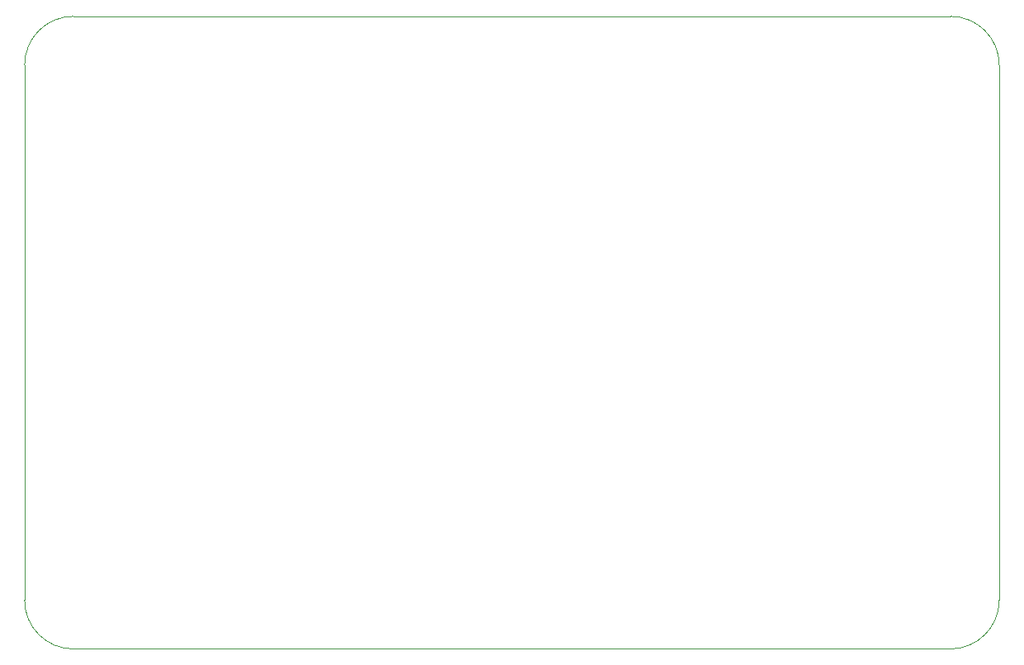
<source format=gm1>
G04 #@! TF.GenerationSoftware,KiCad,Pcbnew,5.1.2-5.1.2*
G04 #@! TF.CreationDate,2019-06-30T11:24:38+01:00*
G04 #@! TF.ProjectId,music4xxx,6d757369-6334-4787-9878-2e6b69636164,rev?*
G04 #@! TF.SameCoordinates,Original*
G04 #@! TF.FileFunction,Profile,NP*
%FSLAX46Y46*%
G04 Gerber Fmt 4.6, Leading zero omitted, Abs format (unit mm)*
G04 Created by KiCad (PCBNEW 5.1.2-5.1.2) date 2019-06-30 11:24:38*
%MOMM*%
%LPD*%
G04 APERTURE LIST*
%ADD10C,0.050000*%
G04 APERTURE END LIST*
D10*
X100000000Y-60000000D02*
G75*
G02X95000000Y-65000000I-5000000J0D01*
G01*
X5000000Y-65000000D02*
G75*
G02X0Y-60000000I0J5000000D01*
G01*
X0Y-5000000D02*
G75*
G02X5000000Y0I5000000J0D01*
G01*
X95000000Y0D02*
G75*
G02X100000000Y-5000000I0J-5000000D01*
G01*
X100000000Y-5000000D02*
X100000000Y-60000000D01*
X5000000Y-65000000D02*
X95000000Y-65000000D01*
X0Y-5000000D02*
X0Y-60000000D01*
X5000000Y0D02*
X95000000Y0D01*
M02*

</source>
